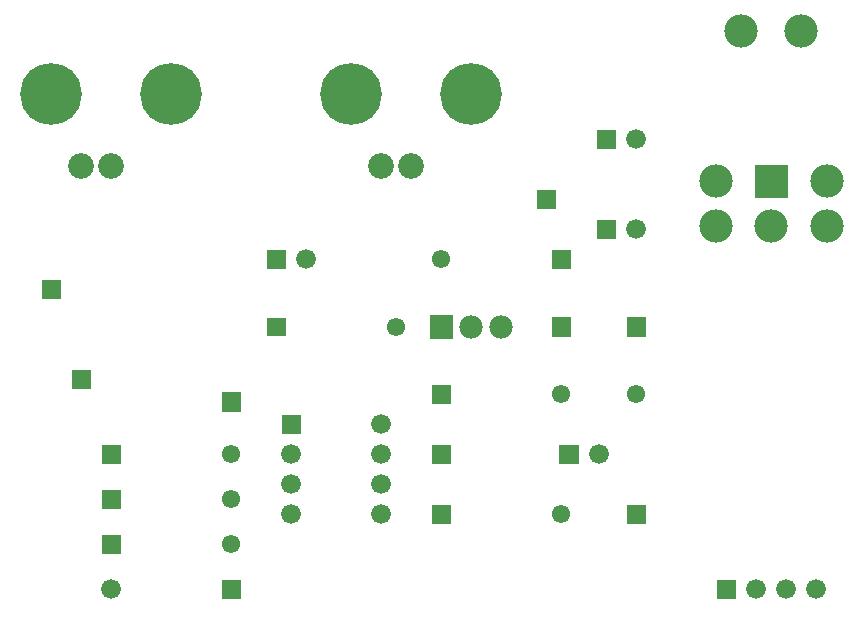
<source format=gbr>
G04 start of page 5 for group -4063 idx -4063 *
G04 Title: (unknown), componentmask *
G04 Creator: pcb 20100929 *
G04 CreationDate: Thu Mar 10 15:56:12 2011 UTC *
G04 For: fosse *
G04 Format: Gerber/RS-274X *
G04 PCB-Dimensions: 282500 400000 *
G04 PCB-Coordinate-Origin: lower left *
%MOIN*%
%FSLAX25Y25*%
%LNFRONTMASK*%
%ADD19C,0.0200*%
%ADD35C,0.0860*%
%ADD36C,0.2060*%
%ADD37C,0.0660*%
%ADD38C,0.0610*%
%ADD39C,0.1110*%
%ADD40C,0.0780*%
G54D35*X23500Y218500D03*
G54D36*X13500Y242500D03*
G54D35*X33500Y218500D03*
G54D36*X53500Y242500D03*
G54D35*X123500Y218500D03*
G54D36*X113500Y242500D03*
G54D35*X133500Y218500D03*
G54D36*X153500Y242500D03*
G54D19*G36*
X205200Y168300D02*Y161700D01*
X211800D01*
Y168300D01*
X205200D01*
G37*
G36*
X195200Y200800D02*Y194200D01*
X201800D01*
Y200800D01*
X195200D01*
G37*
G54D37*X208500Y197500D03*
G54D19*G36*
X205450Y105550D02*Y99450D01*
X211550D01*
Y105550D01*
X205450D01*
G37*
G36*
X235200Y80800D02*Y74200D01*
X241800D01*
Y80800D01*
X235200D01*
G37*
G54D37*X248500Y77500D03*
X258500D03*
X268500D03*
G54D38*X208500Y142500D03*
X183500Y102500D03*
G54D19*G36*
X182700Y125800D02*Y119200D01*
X189300D01*
Y125800D01*
X182700D01*
G37*
G54D37*X196000Y122500D03*
G54D38*X183500Y142500D03*
G54D19*G36*
X180200Y168300D02*Y161700D01*
X186800D01*
Y168300D01*
X180200D01*
G37*
G36*
X180450Y190550D02*Y184450D01*
X186550D01*
Y190550D01*
X180450D01*
G37*
G36*
X195200Y230800D02*Y224200D01*
X201800D01*
Y230800D01*
X195200D01*
G37*
G54D37*X208500Y227500D03*
G54D39*X235000Y213500D03*
X243500Y263500D03*
X263500D03*
G54D19*G36*
X247950Y219050D02*Y207950D01*
X259050D01*
Y219050D01*
X247950D01*
G37*
G54D39*X272000Y213500D03*
X235000Y198500D03*
X253500D03*
X272000D03*
G54D19*G36*
X175200Y210800D02*Y204200D01*
X181800D01*
Y210800D01*
X175200D01*
G37*
G36*
X30450Y110550D02*Y104450D01*
X36550D01*
Y110550D01*
X30450D01*
G37*
G54D37*X33500Y77500D03*
G54D19*G36*
X30450Y95550D02*Y89450D01*
X36550D01*
Y95550D01*
X30450D01*
G37*
G36*
Y125550D02*Y119450D01*
X36550D01*
Y125550D01*
X30450D01*
G37*
G36*
X10200Y180800D02*Y174200D01*
X16800D01*
Y180800D01*
X10200D01*
G37*
G36*
X20200Y150800D02*Y144200D01*
X26800D01*
Y150800D01*
X20200D01*
G37*
G54D38*X73500Y107500D03*
G54D19*G36*
X70200Y80800D02*Y74200D01*
X76800D01*
Y80800D01*
X70200D01*
G37*
G54D38*X73500Y92500D03*
G54D19*G36*
X140450Y105550D02*Y99450D01*
X146550D01*
Y105550D01*
X140450D01*
G37*
G36*
Y145550D02*Y139450D01*
X146550D01*
Y145550D01*
X140450D01*
G37*
G36*
X139600Y168900D02*Y161100D01*
X147400D01*
Y168900D01*
X139600D01*
G37*
G54D40*X153500Y165000D03*
X163500D03*
G54D19*G36*
X140200Y125800D02*Y119200D01*
X146800D01*
Y125800D01*
X140200D01*
G37*
G54D38*X73500Y122500D03*
G54D19*G36*
X70200Y143300D02*Y136700D01*
X76800D01*
Y143300D01*
X70200D01*
G37*
G36*
X90200Y135800D02*Y129200D01*
X96800D01*
Y135800D01*
X90200D01*
G37*
G54D37*X93500Y122500D03*
Y112500D03*
Y102500D03*
X123500D03*
Y112500D03*
Y122500D03*
Y132500D03*
G54D19*G36*
X85200Y190800D02*Y184200D01*
X91800D01*
Y190800D01*
X85200D01*
G37*
G54D37*X98500Y187500D03*
G54D19*G36*
X85450Y168050D02*Y161950D01*
X91550D01*
Y168050D01*
X85450D01*
G37*
G54D38*X143500Y187500D03*
X128500Y165000D03*
M02*

</source>
